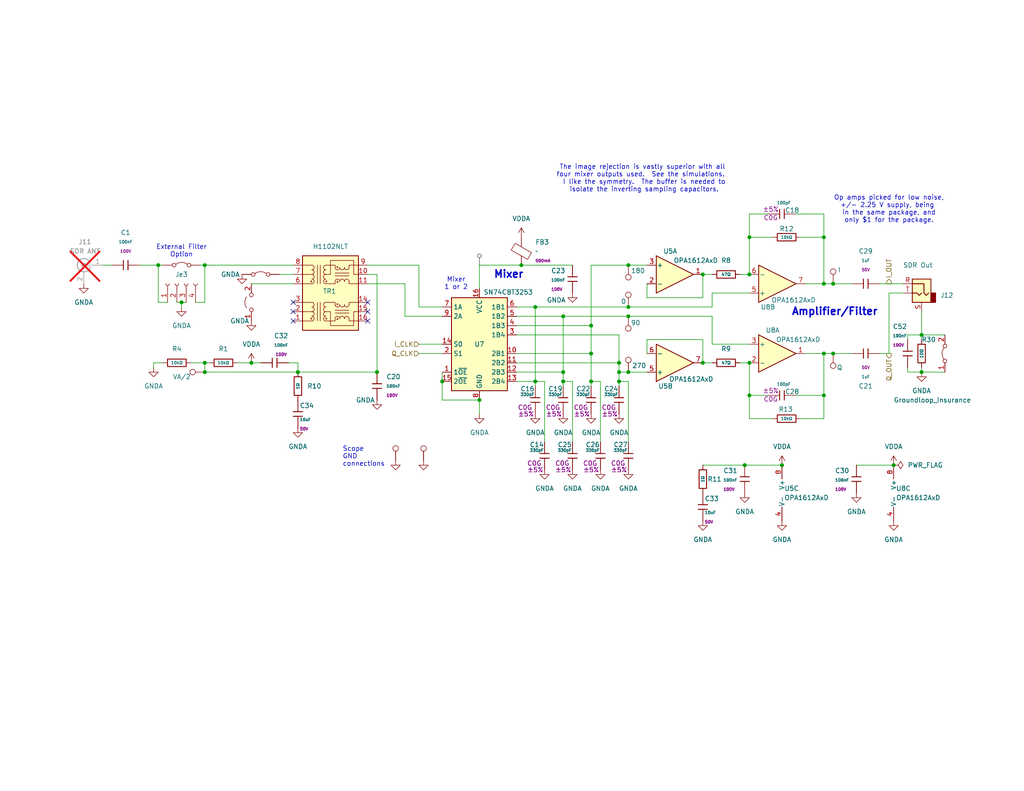
<source format=kicad_sch>
(kicad_sch (version 20250114) (generator "eeschema") (generator_version "9.0")
  (paper "USLetter")
  (title_block (date "2026-01-11") (rev "0.1"))
  (text "Mixer\n1 or 2" (at 124.46 77.47 0) (effects (font (size 1.27 1.27))))
  (text "Op amps picked for low noise,\n+/- 2.25 V supply, being \nin the same package, and\nonly $1 for the package." (at 242.57 57.15 0) (effects (font (size 1.27 1.27))))
  (text "External Filter\nOption" (at 49.53 68.58 0) (effects (font (size 1.27 1.27))))
  (text "The image rejection is vastly superior with all \nfour mixer outputs used.  See the simulations.  \nI like the symmetry.  The buffer is needed to\nisolate the inverting sampling capacitors." (at 175.768 48.768 0) (effects (font (size 1.27 1.27))))
  (text "Mixer" (at 134.62 76.2 0) (effects (font (size 2.0066 2.0066) (thickness 0.4013) (bold yes)) (justify left bottom)))
  (text "Scope \nGND\nconnections" (at 93.472 127.508 0) (effects (font (size 1.27 1.27)) (justify left bottom)))
  (text "Amplifier/Filter\n" (at 215.9 86.36 0) (effects (font (size 2.0066 2.0066) (thickness 0.4013) (bold yes)) (justify left bottom)))
  (junction (at 81.28 101.6))
  (junction (at 203.2 127))
  (junction (at 168.91 99.06))
  (junction (at 43.18 72.39))
  (junction (at 142.24 72.39))
  (junction (at 168.91 101.6))
  (junction (at 153.67 101.6))
  (junction (at 191.77 99.06))
  (junction (at 161.29 96.52))
  (junction (at 55.88 99.06))
  (junction (at 204.47 99.06))
  (junction (at 49.53 82.55))
  (junction (at 224.79 64.77))
  (junction (at 146.05 104.14))
  (junction (at 168.91 104.14))
  (junction (at 227.33 77.47))
  (junction (at 224.79 96.52))
  (junction (at 204.47 107.95))
  (junction (at 224.79 107.95))
  (junction (at 171.45 101.6))
  (junction (at 161.29 104.14))
  (junction (at 204.47 74.93))
  (junction (at 204.47 64.77))
  (junction (at 161.29 88.9))
  (junction (at 146.05 83.82))
  (junction (at 251.46 101.6))
  (junction (at 153.67 86.36))
  (junction (at 213.36 127))
  (junction (at 68.58 99.06))
  (junction (at 153.67 104.14))
  (junction (at 55.88 72.39))
  (junction (at 251.46 91.44))
  (junction (at 130.81 109.22))
  (junction (at 55.88 101.6))
  (junction (at 171.45 86.36))
  (junction (at 171.45 72.39))
  (junction (at 224.79 77.47))
  (junction (at 120.65 104.14))
  (junction (at 171.45 83.82))
  (junction (at 243.84 127))
  (junction (at 227.33 96.52))
  (junction (at 102.87 101.6))
  (junction (at 191.77 74.93))
  (no_connect (at 100.33 87.63))
  (no_connect (at 80.01 87.63))
  (no_connect (at 80.01 85.09))
  (no_connect (at 100.33 85.09))
  (no_connect (at 100.33 82.55))
  (no_connect (at 80.01 82.55))
  (wire (pts (xy 204.47 64.77) (xy 204.47 74.93)))
  (wire (pts (xy 191.77 74.93) (xy 191.77 81.28)))
  (wire (pts (xy 140.97 86.36) (xy 153.67 86.36)))
  (wire (pts (xy 100.33 77.47) (xy 110.49 77.47)))
  (wire (pts (xy 224.79 58.42) (xy 224.79 64.77)))
  (wire (pts (xy 110.49 77.47) (xy 110.49 86.36)))
  (wire (pts (xy 120.65 109.22) (xy 130.81 109.22)))
  (wire (pts (xy 191.77 99.06) (xy 194.31 99.06)))
  (wire (pts (xy 110.49 86.36) (xy 120.65 86.36)))
  (wire (pts (xy 120.65 101.6) (xy 120.65 104.14)))
  (wire (pts (xy 194.31 86.36) (xy 194.31 93.98)))
  (wire (pts (xy 204.47 107.95) (xy 204.47 114.3)))
  (wire (pts (xy 102.87 101.6) (xy 81.28 101.6)))
  (wire (pts (xy 251.46 101.6) (xy 257.81 101.6)))
  (wire (pts (xy 55.88 99.06) (xy 57.15 99.06)))
  (wire (pts (xy 247.65 92.71) (xy 247.65 91.44)))
  (wire (pts (xy 204.47 114.3) (xy 210.82 114.3)))
  (wire (pts (xy 140.97 91.44) (xy 168.91 91.44)))
  (wire (pts (xy 161.29 72.39) (xy 171.45 72.39)))
  (wire (pts (xy 204.47 64.77) (xy 204.47 58.42)))
  (wire (pts (xy 240.03 77.47) (xy 246.38 77.47)))
  (wire (pts (xy 53.34 82.55) (xy 55.88 82.55)))
  (wire (pts (xy 140.97 101.6) (xy 153.67 101.6)))
  (wire (pts (xy 224.79 107.95) (xy 224.79 114.3)))
  (wire (pts (xy 191.77 74.93) (xy 194.31 74.93)))
  (wire (pts (xy 130.81 78.74) (xy 130.81 72.39)))
  (wire (pts (xy 242.57 80.01) (xy 246.38 80.01)))
  (wire (pts (xy 45.72 82.55) (xy 43.18 82.55)))
  (wire (pts (xy 176.53 81.28) (xy 191.77 81.28)))
  (wire (pts (xy 146.05 83.82) (xy 146.05 104.14)))
  (wire (pts (xy 55.88 82.55) (xy 55.88 72.39)))
  (wire (pts (xy 171.45 101.6) (xy 176.53 101.6)))
  (wire (pts (xy 161.29 88.9) (xy 161.29 72.39)))
  (wire (pts (xy 140.97 96.52) (xy 161.29 96.52)))
  (wire (pts (xy 168.91 105.41) (xy 168.91 104.14)))
  (wire (pts (xy 140.97 104.14) (xy 146.05 104.14)))
  (wire (pts (xy 227.33 77.47) (xy 232.41 77.47)))
  (wire (pts (xy 171.45 86.36) (xy 194.31 86.36)))
  (wire (pts (xy 251.46 92.71) (xy 251.46 91.44)))
  (wire (pts (xy 153.67 101.6) (xy 153.67 104.14)))
  (wire (pts (xy 191.77 92.71) (xy 176.53 92.71)))
  (wire (pts (xy 242.57 80.01) (xy 242.57 96.52)))
  (wire (pts (xy 191.77 127) (xy 203.2 127)))
  (wire (pts (xy 68.58 77.47) (xy 80.01 77.47)))
  (wire (pts (xy 148.59 120.65) (xy 148.59 104.14)))
  (wire (pts (xy 153.67 86.36) (xy 171.45 86.36)))
  (wire (pts (xy 168.91 99.06) (xy 168.91 101.6)))
  (wire (pts (xy 100.33 74.93) (xy 102.87 74.93)))
  (wire (pts (xy 161.29 105.41) (xy 161.29 104.14)))
  (wire (pts (xy 168.91 101.6) (xy 171.45 101.6)))
  (wire (pts (xy 140.97 83.82) (xy 146.05 83.82)))
  (wire (pts (xy 227.33 96.52) (xy 232.41 96.52)))
  (wire (pts (xy 71.12 99.06) (xy 68.58 99.06)))
  (wire (pts (xy 224.79 107.95) (xy 224.79 96.52)))
  (wire (pts (xy 114.3 83.82) (xy 114.3 72.39)))
  (wire (pts (xy 217.17 107.95) (xy 224.79 107.95)))
  (wire (pts (xy 54.61 72.39) (xy 55.88 72.39)))
  (wire (pts (xy 257.81 91.44) (xy 251.46 91.44)))
  (wire (pts (xy 224.79 96.52) (xy 227.33 96.52)))
  (wire (pts (xy 156.21 120.65) (xy 156.21 104.14)))
  (wire (pts (xy 55.88 72.39) (xy 80.01 72.39)))
  (wire (pts (xy 153.67 86.36) (xy 153.67 101.6)))
  (wire (pts (xy 247.65 100.33) (xy 247.65 101.6)))
  (wire (pts (xy 251.46 100.33) (xy 251.46 101.6)))
  (wire (pts (xy 218.44 64.77) (xy 224.79 64.77)))
  (wire (pts (xy 41.91 99.06) (xy 41.91 100.33)))
  (wire (pts (xy 194.31 80.01) (xy 204.47 80.01)))
  (wire (pts (xy 120.65 83.82) (xy 114.3 83.82)))
  (wire (pts (xy 146.05 104.14) (xy 146.05 105.41)))
  (wire (pts (xy 130.81 72.39) (xy 142.24 72.39)))
  (wire (pts (xy 41.91 99.06) (xy 44.45 99.06)))
  (wire (pts (xy 204.47 107.95) (xy 209.55 107.95)))
  (wire (pts (xy 81.28 99.06) (xy 81.28 101.6)))
  (wire (pts (xy 168.91 91.44) (xy 168.91 99.06)))
  (wire (pts (xy 201.93 74.93) (xy 204.47 74.93)))
  (wire (pts (xy 247.65 91.44) (xy 251.46 91.44)))
  (wire (pts (xy 55.88 99.06) (xy 52.07 99.06)))
  (wire (pts (xy 204.47 58.42) (xy 209.55 58.42)))
  (wire (pts (xy 203.2 127) (xy 213.36 127)))
  (wire (pts (xy 168.91 104.14) (xy 171.45 104.14)))
  (wire (pts (xy 130.81 109.22) (xy 130.81 113.03)))
  (wire (pts (xy 55.88 101.6) (xy 55.88 99.06)))
  (wire (pts (xy 171.45 83.82) (xy 194.31 83.82)))
  (wire (pts (xy 171.45 120.65) (xy 171.45 104.14)))
  (wire (pts (xy 76.2 74.93) (xy 80.01 74.93)))
  (wire (pts (xy 48.26 82.55) (xy 49.53 82.55)))
  (wire (pts (xy 43.18 82.55) (xy 43.18 72.39)))
  (wire (pts (xy 146.05 83.82) (xy 171.45 83.82)))
  (wire (pts (xy 217.17 58.42) (xy 224.79 58.42)))
  (wire (pts (xy 176.53 92.71) (xy 176.53 96.52)))
  (wire (pts (xy 161.29 104.14) (xy 161.29 96.52)))
  (wire (pts (xy 148.59 104.14) (xy 146.05 104.14)))
  (wire (pts (xy 247.65 101.6) (xy 251.46 101.6)))
  (wire (pts (xy 191.77 99.06) (xy 191.77 92.71)))
  (wire (pts (xy 224.79 77.47) (xy 227.33 77.47)))
  (wire (pts (xy 27.94 72.39) (xy 30.48 72.39)))
  (wire (pts (xy 233.68 127) (xy 243.84 127)))
  (wire (pts (xy 100.33 72.39) (xy 114.3 72.39)))
  (wire (pts (xy 114.3 96.52) (xy 120.65 96.52)))
  (wire (pts (xy 194.31 83.82) (xy 194.31 80.01)))
  (wire (pts (xy 49.53 82.55) (xy 50.8 82.55)))
  (wire (pts (xy 240.03 96.52) (xy 242.57 96.52)))
  (wire (pts (xy 102.87 74.93) (xy 102.87 101.6)))
  (wire (pts (xy 251.46 85.09) (xy 251.46 91.44)))
  (wire (pts (xy 114.3 93.98) (xy 120.65 93.98)))
  (wire (pts (xy 171.45 72.39) (xy 176.53 72.39)))
  (wire (pts (xy 176.53 77.47) (xy 176.53 81.28)))
  (wire (pts (xy 140.97 88.9) (xy 161.29 88.9)))
  (wire (pts (xy 43.18 72.39) (xy 44.45 72.39)))
  (wire (pts (xy 219.71 77.47) (xy 224.79 77.47)))
  (wire (pts (xy 219.71 96.52) (xy 224.79 96.52)))
  (wire (pts (xy 120.65 104.14) (xy 120.65 109.22)))
  (wire (pts (xy 163.83 104.14) (xy 161.29 104.14)))
  (wire (pts (xy 49.53 82.55) (xy 49.53 83.82)))
  (wire (pts (xy 156.21 104.14) (xy 153.67 104.14)))
  (wire (pts (xy 194.31 93.98) (xy 204.47 93.98)))
  (wire (pts (xy 78.74 99.06) (xy 81.28 99.06)))
  (wire (pts (xy 224.79 64.77) (xy 224.79 77.47)))
  (wire (pts (xy 161.29 96.52) (xy 161.29 88.9)))
  (wire (pts (xy 201.93 99.06) (xy 204.47 99.06)))
  (wire (pts (xy 218.44 114.3) (xy 224.79 114.3)))
  (wire (pts (xy 140.97 99.06) (xy 168.91 99.06)))
  (wire (pts (xy 204.47 64.77) (xy 210.82 64.77)))
  (wire (pts (xy 163.83 120.65) (xy 163.83 104.14)))
  (wire (pts (xy 142.24 72.39) (xy 156.21 72.39)))
  (wire (pts (xy 81.28 101.6) (xy 55.88 101.6)))
  (wire (pts (xy 204.47 99.06) (xy 204.47 107.95)))
  (wire (pts (xy 168.91 104.14) (xy 168.91 101.6)))
  (wire (pts (xy 64.77 99.06) (xy 68.58 99.06)))
  (wire (pts (xy 38.1 72.39) (xy 43.18 72.39)))
  (wire (pts (xy 153.67 104.14) (xy 153.67 105.41)))
  (hierarchical_label "I_OUT" (shape output) (at 242.57 77.47 90))
  (hierarchical_label "Q_CLK" (shape input) (at 114.3 96.52 180))
  (hierarchical_label "Q_OUT" (shape output) (at 242.57 96.52 270))
  (hierarchical_label "I_CLK" (shape input) (at 114.3 93.98 180))
  (netclass_flag "" (length 2.54) (shape round) (at 130.81 72.39 0) (property "Netclass" "5V0" (effects (hide yes))))
  (symbol (lib_id "power:GNDA") (at 68.58 87.63 0) (unit 1)
    (property "Reference" "#PWR021" (effects (hide yes)))
    (property "Value" "GNDA" (at 65.405 87.63 0))
  )
  (symbol (lib_id "power:VDDA") (at 142.24 64.77 0) (unit 1)
    (property "Reference" "#PWR028" (effects (hide yes)))
    (property "Value" "VDDA" (at 142.24 59.69 0))
  )
  (symbol (lib_id "power:GNDA") (at 171.45 128.27 0) (unit 1)
    (property "Reference" "#PWR037" (effects (hide yes)))
    (property "Value" "GNDA" (at 171.45 133.35 0))
  )
  (symbol (lib_name "GND_1") (lib_id "power:GND") (at 107.95 125.73 0) (unit 1)
    (property "Reference" "#PWR025" (effects (hide yes)))
    (property "Value" "GND" (effects (hide yes)))
  )
  (symbol (lib_id "PCM_JLCPCB-Capacitors:0603,330pF") (at 146.05 109.22 0) (unit 1)
    (property "Reference" "C16" (at 141.986 106.172 0) (effects (justify left)))
    (property "Value" "330pF" (at 141.986 107.696 0) (effects (font (size 0.8 0.8)) (justify left)))
    (property "Footprint" "PCM_JLCPCB:C_0603" (effects (hide yes)))
    (property "Datasheet" "https://www.lcsc.com/datasheet/lcsc_datasheet_2304140030_Samsung-Electro-Mechanics-CL10C331JB8NNNC_C1664.pdf" (effects (hide yes)))
    (property "Description" "50V 330pF C0G ±5% 0603 Multilayer Ceramic Capacitors MLCC - SMD/SMT ROHS" (effects (hide yes)))
    (property "LCSC" "C1664" (effects (hide yes)))
    (property "Stock" "352516" (effects (hide yes)))
    (property "Price" "0.010USD" (effects (hide yes)))
    (property "Process" "SMT" (effects (hide yes)))
    (property "Minimum Qty" "20" (effects (hide yes)))
    (property "Attrition Qty" "10" (effects (hide yes)))
    (property "Class" "Basic Component" (effects (hide yes)))
    (property "Category" "Capacitors,Multilayer Ceramic Capacitors MLCC - SMD/SMT" (effects (hide yes)))
    (property "Manufacturer" "Samsung Electro-Mechanics" (effects (hide yes)))
    (property "Part" "CL10C331JB8NNNC" (effects (hide yes)))
    (property "Voltage Rated" "50V" (effects (hide yes)))
    (property "Tolerance" "±5%" (at 143.51 113.03 0))
    (property "Capacitance" "330pF" (effects (hide yes)))
    (property "Temperature Coefficient" "C0G" (at 143.256 111.252 0))
  )
  (symbol (lib_id "Connector:Conn_Coaxial") (at 22.86 72.39 0) (mirror y) (unit 1) (dnp yes)
    (property "Reference" "J11" (at 23.1774 66.04 0))
    (property "Value" "SDR ANT" (at 23.1774 68.58 0))
    (property "Footprint" "Connector_Coaxial:BNC_TEConnectivity_1478204_Vertical" (effects (hide yes)))
  )
  (symbol (lib_id "PCM_JLCPCB-Resistors:0805,10kΩ") (at 48.26 99.06 90) (unit 1)
    (property "Reference" "R4" (at 48.26 95.25 90))
    (property "Value" "10kΩ" (at 48.26 99.06 90) (effects (font (size 0.8 0.8))))
    (property "Footprint" "PCM_JLCPCB:R_0805" (effects (hide yes)))
    (property "Datasheet" "https://www.lcsc.com/datasheet/lcsc_datasheet_2411221126_UNI-ROYAL-Uniroyal-Elec-0805W8F1002T5E_C17414.pdf" (effects (hide yes)))
    (property "Description" "125mW Thick Film Resistors 150V ±100ppm/°C ±1% 10kΩ 0805 Chip Resistor - Surface Mount ROHS" (effects (hide yes)))
    (property "LCSC" "C17414" (effects (hide yes)))
    (property "Stock" "12301172" (effects (hide yes)))
    (property "Price" "0.005USD" (effects (hide yes)))
    (property "Process" "SMT" (effects (hide yes)))
    (property "Minimum Qty" "20" (effects (hide yes)))
    (property "Attrition Qty" "10" (effects (hide yes)))
    (property "Class" "Basic Component" (effects (hide yes)))
    (property "Category" "Resistors,Chip Resistor - Surface Mount" (effects (hide yes)))
    (property "Manufacturer" "UNI-ROYAL(Uniroyal Elec)" (effects (hide yes)))
    (property "Part" "0805W8F1002T5E" (effects (hide yes)))
    (property "Resistance" "10kΩ" (effects (hide yes)))
    (property "Power(Watts)" "125mW" (effects (hide yes)))
    (property "Type" "Thick Film Resistors" (effects (hide yes)))
    (property "Overload Voltage (Max)" "150V" (effects (hide yes)))
    (property "Operating Temperature Range" "-55°C~+155°C" (effects (hide yes)))
    (property "Tolerance" "±1%" (effects (hide yes)))
    (property "Temperature Coefficient" "±100ppm/°C" (effects (hide yes)))
  )
  (symbol (lib_id "Connector:TestPoint") (at 55.88 101.6 90) (unit 1)
    (property "Reference" "TP11" (effects (hide yes)))
    (property "Value" "VA/2" (at 52.07 102.87 90) (effects (justify left)))
    (property "Footprint" "TestPoint:TestPoint_THTPad_D1.5mm_Drill0.7mm" (effects (hide yes)))
  )
  (symbol (lib_id "Connector:TestPoint") (at 227.33 77.47 0) (unit 1)
    (property "Reference" "TP17" (effects (hide yes)))
    (property "Value" "I" (at 228.6 73.66 0) (effects (justify left)))
    (property "Footprint" "TestPoint:TestPoint_THTPad_D1.5mm_Drill0.7mm" (effects (hide yes)))
  )
  (symbol (lib_id "power:GNDA") (at 213.36 142.24 0) (unit 1)
    (property "Reference" "#PWR041" (effects (hide yes)))
    (property "Value" "GNDA" (at 213.36 147.32 0))
  )
  (symbol (lib_id "PCM_JLCPCB-Capacitors:0805,100nF") (at 233.68 130.81 180) (unit 1)
    (property "Reference" "C30" (at 227.838 128.5239 0) (effects (justify right)))
    (property "Value" "100nF" (at 227.838 131.064 0) (effects (font (size 0.8 0.8)) (justify right)))
    (property "Footprint" "PCM_JLCPCB:C_0805" (effects (hide yes)))
    (property "Datasheet" "https://www.lcsc.com/datasheet/lcsc_datasheet_2304140030_Samsung-Electro-Mechanics-CL21B104KCFNNNE_C28233.pdf" (effects (hide yes)))
    (property "Description" "100V 100nF X7R ±10% 0805 Multilayer Ceramic Capacitors MLCC - SMD/SMT ROHS" (effects (hide yes)))
    (property "LCSC" "C28233" (effects (hide yes)))
    (property "Stock" "1168020" (effects (hide yes)))
    (property "Price" "0.009USD" (effects (hide yes)))
    (property "Process" "SMT" (effects (hide yes)))
    (property "Minimum Qty" "20" (effects (hide yes)))
    (property "Attrition Qty" "10" (effects (hide yes)))
    (property "Class" "Basic Component" (effects (hide yes)))
    (property "Category" "Capacitors,Multilayer Ceramic Capacitors MLCC - SMD/SMT" (effects (hide yes)))
    (property "Manufacturer" "Samsung Electro-Mechanics" (effects (hide yes)))
    (property "Part" "CL21B104KCFNNNE" (effects (hide yes)))
    (property "Voltage Rated" "100V" (at 227.838 133.604 0) (effects (font (size 0.8 0.8)) (justify right)))
    (property "Tolerance" "±10%" (effects (hide yes)))
    (property "Capacitance" "100nF" (effects (hide yes)))
    (property "Temperature Coefficient" "X7R" (effects (hide yes)))
  )
  (symbol (lib_id "power:VDDA") (at 213.36 127 0) (unit 1)
    (property "Reference" "#PWR040" (effects (hide yes)))
    (property "Value" "VDDA" (at 213.36 121.92 0))
  )
  (symbol (lib_id "power:GNDA") (at 156.21 80.01 0) (unit 1)
    (property "Reference" "#PWR032" (effects (hide yes)))
    (property "Value" "GNDA" (at 151.765 81.915 0))
  )
  (symbol (lib_id "Transformer:PT61017PEL") (at 90.17 80.01 0) (unit 1)
    (property "Reference" "TR1" (at 89.916 79.502 0))
    (property "Value" "H1102NLT" (at 90.17 67.31 0))
    (property "Footprint" "Intro_to_CAD:XFMR_H1102NLT" (effects (hide yes)))
    (property "Datasheet" "https://jlcpcb.com/api/file/downloadByFileSystemAccessId/8590909348199538688" (effects (hide yes)))
    (property "Description" "Ethernet LAN 10/100 Base-Tx Transformer with Center Taps" (effects (hide yes)))
    (property "LCSC" "C20623173" (effects (hide yes)))
  )
  (symbol (lib_id "PCM_JLCPCB-Resistors:0805,47Ω") (at 198.12 74.93 90) (unit 1)
    (property "Reference" "R8" (at 198.12 71.12 90))
    (property "Value" "47Ω" (at 198.12 74.93 90) (effects (font (size 0.8 0.8))))
    (property "Footprint" "PCM_JLCPCB:R_0805" (effects (hide yes)))
    (property "Datasheet" "https://www.lcsc.com/datasheet/lcsc_datasheet_2206010200_UNI-ROYAL-Uniroyal-Elec-0805W8F470JT5E_C17714.pdf" (effects (hide yes)))
    (property "Description" "125mW Thick Film Resistors 150V ±1% ±200ppm/°C 47Ω 0805 Chip Resistor - Surface Mount ROHS" (effects (hide yes)))
    (property "LCSC" "C17714" (effects (hide yes)))
    (property "Stock" "284364" (effects (hide yes)))
    (property "Price" "0.005USD" (effects (hide yes)))
    (property "Process" "SMT" (effects (hide yes)))
    (property "Minimum Qty" "20" (effects (hide yes)))
    (property "Attrition Qty" "10" (effects (hide yes)))
    (property "Class" "Basic Component" (effects (hide yes)))
    (property "Category" "Resistors,Chip Resistor - Surface Mount" (effects (hide yes)))
    (property "Manufacturer" "UNI-ROYAL(Uniroyal Elec)" (effects (hide yes)))
    (property "Part" "0805W8F470JT5E" (effects (hide yes)))
    (property "Resistance" "47Ω" (effects (hide yes)))
    (property "Power(Watts)" "125mW" (effects (hide yes)))
    (property "Type" "Thick Film Resistors" (effects (hide yes)))
    (property "Overload Voltage (Max)" "150V" (effects (hide yes)))
    (property "Operating Temperature Range" "-55°C~+155°C" (effects (hide yes)))
    (property "Tolerance" "±1%" (effects (hide yes)))
    (property "Temperature Coefficient" "±200ppm/°C" (effects (hide yes)))
  )
  (symbol (lib_id "PCM_JLCPCB-Capacitors:0805,100nF") (at 74.93 99.06 90) (unit 1)
    (property "Reference" "C32" (at 76.708 91.694 90))
    (property "Value" "100nF" (at 76.708 94.234 90) (effects (font (size 0.8 0.8))))
    (property "Footprint" "PCM_JLCPCB:C_0805" (effects (hide yes)))
    (property "Datasheet" "https://www.lcsc.com/datasheet/lcsc_datasheet_2304140030_Samsung-Electro-Mechanics-CL21B104KCFNNNE_C28233.pdf" (effects (hide yes)))
    (property "Description" "100V 100nF X7R ±10% 0805 Multilayer Ceramic Capacitors MLCC - SMD/SMT ROHS" (effects (hide yes)))
    (property "LCSC" "C28233" (effects (hide yes)))
    (property "Stock" "1168020" (effects (hide yes)))
    (property "Price" "0.009USD" (effects (hide yes)))
    (property "Process" "SMT" (effects (hide yes)))
    (property "Minimum Qty" "20" (effects (hide yes)))
    (property "Attrition Qty" "10" (effects (hide yes)))
    (property "Class" "Basic Component" (effects (hide yes)))
    (property "Category" "Capacitors,Multilayer Ceramic Capacitors MLCC - SMD/SMT" (effects (hide yes)))
    (property "Manufacturer" "Samsung Electro-Mechanics" (effects (hide yes)))
    (property "Part" "CL21B104KCFNNNE" (effects (hide yes)))
    (property "Voltage Rated" "100V" (at 76.708 96.774 90) (effects (font (size 0.8 0.8))))
    (property "Tolerance" "±10%" (effects (hide yes)))
    (property "Capacitance" "100nF" (effects (hide yes)))
    (property "Temperature Coefficient" "X7R" (effects (hide yes)))
  )
  (symbol (lib_id "power:VDDA") (at 68.58 99.06 0) (unit 1)
    (property "Reference" "#PWR022" (effects (hide yes)))
    (property "Value" "VDDA" (at 68.58 93.98 0))
  )
  (symbol (lib_id "PCM_JLCPCB-Capacitors:0603,330pF") (at 153.67 109.22 0) (unit 1)
    (property "Reference" "C19" (at 149.606 106.172 0) (effects (justify left)))
    (property "Value" "330pF" (at 149.606 107.696 0) (effects (font (size 0.8 0.8)) (justify left)))
    (property "Footprint" "PCM_JLCPCB:C_0603" (effects (hide yes)))
    (property "Datasheet" "https://www.lcsc.com/datasheet/lcsc_datasheet_2304140030_Samsung-Electro-Mechanics-CL10C331JB8NNNC_C1664.pdf" (effects (hide yes)))
    (property "Description" "50V 330pF C0G ±5% 0603 Multilayer Ceramic Capacitors MLCC - SMD/SMT ROHS" (effects (hide yes)))
    (property "LCSC" "C1664" (effects (hide yes)))
    (property "Stock" "352516" (effects (hide yes)))
    (property "Price" "0.010USD" (effects (hide yes)))
    (property "Process" "SMT" (effects (hide yes)))
    (property "Minimum Qty" "20" (effects (hide yes)))
    (property "Attrition Qty" "10" (effects (hide yes)))
    (property "Class" "Basic Component" (effects (hide yes)))
    (property "Category" "Capacitors,Multilayer Ceramic Capacitors MLCC - SMD/SMT" (effects (hide yes)))
    (property "Manufacturer" "Samsung Electro-Mechanics" (effects (hide yes)))
    (property "Part" "CL10C331JB8NNNC" (effects (hide yes)))
    (property "Voltage Rated" "50V" (effects (hide yes)))
    (property "Tolerance" "±5%" (at 151.13 113.03 0))
    (property "Capacitance" "330pF" (effects (hide yes)))
    (property "Temperature Coefficient" "C0G" (at 150.876 111.252 0))
  )
  (symbol (lib_id "power:GNDA") (at 148.59 128.27 0) (unit 1)
    (property "Reference" "#PWR030" (effects (hide yes)))
    (property "Value" "GNDA" (at 148.59 133.35 0))
  )
  (symbol (lib_id "PCM_JLCPCB-Resistors:0805,10kΩ") (at 214.63 114.3 90) (unit 1)
    (property "Reference" "R13" (at 214.376 111.76 90))
    (property "Value" "10kΩ" (at 214.63 114.3 90) (effects (font (size 0.8 0.8))))
    (property "Footprint" "PCM_JLCPCB:R_0805" (effects (hide yes)))
    (property "Datasheet" "https://www.lcsc.com/datasheet/lcsc_datasheet_2411221126_UNI-ROYAL-Uniroyal-Elec-0805W8F1002T5E_C17414.pdf" (effects (hide yes)))
    (property "Description" "125mW Thick Film Resistors 150V ±100ppm/°C ±1% 10kΩ 0805 Chip Resistor - Surface Mount ROHS" (effects (hide yes)))
    (property "LCSC" "C17414" (effects (hide yes)))
    (property "Stock" "12301172" (effects (hide yes)))
    (property "Price" "0.005USD" (effects (hide yes)))
    (property "Process" "SMT" (effects (hide yes)))
    (property "Minimum Qty" "20" (effects (hide yes)))
    (property "Attrition Qty" "10" (effects (hide yes)))
    (property "Class" "Basic Component" (effects (hide yes)))
    (property "Category" "Resistors,Chip Resistor - Surface Mount" (effects (hide yes)))
    (property "Manufacturer" "UNI-ROYAL(Uniroyal Elec)" (effects (hide yes)))
    (property "Part" "0805W8F1002T5E" (effects (hide yes)))
    (property "Resistance" "10kΩ" (effects (hide yes)))
    (property "Power(Watts)" "125mW" (effects (hide yes)))
    (property "Type" "Thick Film Resistors" (effects (hide yes)))
    (property "Overload Voltage (Max)" "150V" (effects (hide yes)))
    (property "Operating Temperature Range" "-55°C~+155°C" (effects (hide yes)))
    (property "Tolerance" "±1%" (effects (hide yes)))
    (property "Temperature Coefficient" "±100ppm/°C" (effects (hide yes)))
  )
  (symbol (lib_id "PCM_JLCPCB-Capacitors:0805,100nF") (at 247.65 96.52 180) (unit 1)
    (property "Reference" "C52" (at 243.586 89.1539 0) (effects (justify right)))
    (property "Value" "100nF" (at 243.586 91.694 0) (effects (font (size 0.8 0.8)) (justify right)))
    (property "Footprint" "PCM_JLCPCB:C_0805" (effects (hide yes)))
    (property "Datasheet" "https://www.lcsc.com/datasheet/lcsc_datasheet_2304140030_Samsung-Electro-Mechanics-CL21B104KCFNNNE_C28233.pdf" (effects (hide yes)))
    (property "Description" "100V 100nF X7R ±10% 0805 Multilayer Ceramic Capacitors MLCC - SMD/SMT ROHS" (effects (hide yes)))
    (property "LCSC" "C28233" (effects (hide yes)))
    (property "Stock" "1168020" (effects (hide yes)))
    (property "Price" "0.009USD" (effects (hide yes)))
    (property "Process" "SMT" (effects (hide yes)))
    (property "Minimum Qty" "20" (effects (hide yes)))
    (property "Attrition Qty" "10" (effects (hide yes)))
    (property "Class" "Basic Component" (effects (hide yes)))
    (property "Category" "Capacitors,Multilayer Ceramic Capacitors MLCC - SMD/SMT" (effects (hide yes)))
    (property "Manufacturer" "Samsung Electro-Mechanics" (effects (hide yes)))
    (property "Part" "CL21B104KCFNNNE" (effects (hide yes)))
    (property "Voltage Rated" "100V" (at 243.586 94.234 0) (effects (font (size 0.8 0.8)) (justify right)))
    (property "Tolerance" "±10%" (effects (hide yes)))
    (property "Capacitance" "100nF" (effects (hide yes)))
    (property "Temperature Coefficient" "X7R" (effects (hide yes)))
  )
  (symbol (lib_id "PCM_JLCPCB-Capacitors:1206,10uF") (at 81.28 113.03 0) (unit 1)
    (property "Reference" "C34" (at 81.788 110.744 0) (effects (justify left)))
    (property "Value" "10uF" (at 81.788 114.554 0) (effects (font (size 0.8 0.8)) (justify left)))
    (property "Footprint" "PCM_JLCPCB:C_1206" (effects (hide yes)))
    (property "Datasheet" "https://www.lcsc.com/datasheet/lcsc_datasheet_2304140030_Samsung-Electro-Mechanics-CL31A106KBHNNNE_C13585.pdf" (effects (hide yes)))
    (property "Description" "50V 10uF X5R ±10% 1206 Multilayer Ceramic Capacitors MLCC - SMD/SMT ROHS" (effects (hide yes)))
    (property "LCSC" "C13585" (effects (hide yes)))
    (property "Stock" "3698334" (effects (hide yes)))
    (property "Price" "0.035USD" (effects (hide yes)))
    (property "Process" "SMT" (effects (hide yes)))
    (property "Minimum Qty" "5" (effects (hide yes)))
    (property "Attrition Qty" "4" (effects (hide yes)))
    (property "Class" "Basic Component" (effects (hide yes)))
    (property "Category" "Capacitors,Multilayer Ceramic Capacitors MLCC - SMD/SMT" (effects (hide yes)))
    (property "Manufacturer" "Samsung Electro-Mechanics" (effects (hide yes)))
    (property "Part" "CL31A106KBHNNNE" (effects (hide yes)))
    (property "Voltage Rated" "50V" (at 81.788 117.094 0) (effects (font (size 0.8 0.8)) (justify left)))
    (property "Tolerance" "±10%" (effects (hide yes)))
    (property "Capacitance" "10uF" (effects (hide yes)))
    (property "Temperature Coefficient" "X5R" (effects (hide yes)))
  )
  (symbol (lib_id "power:GNDA") (at 233.68 134.62 0) (unit 1)
    (property "Reference" "#PWR042" (effects (hide yes)))
    (property "Value" "GNDA" (at 233.68 139.7 0))
  )
  (symbol (lib_id "Jumper:Jumper_2_Bridged") (at 49.53 72.39 0) (unit 1) (exclude_from_sim yes)
    (property "Reference" "JP86" (effects (hide yes)))
    (property "Value" "Jumper_2_Bridged" (effects (hide yes)))
    (property "Footprint" "Jumper:SolderJumper-2_P1.3mm_Bridged2Bar_RoundedPad1.0x1.5mm" (effects (hide yes)))
    (property "Description" "Jumper, 2-pole, closed/bridged" (effects (hide yes)))
  )
  (symbol (lib_id "power:GNDA") (at 203.2 134.62 0) (unit 1)
    (property "Reference" "#PWR039" (effects (hide yes)))
    (property "Value" "GNDA" (at 203.2 139.7 0))
  )
  (symbol (lib_id "Jumper:Jumper_2_Open") (at 68.58 82.55 90) (unit 1)
    (property "Reference" "JP88" (effects (hide yes)))
    (property "Value" "GND_LP_SND" (effects (hide yes)))
    (property "Footprint" "Jumper:SolderJumper-2_P1.3mm_Open_RoundedPad1.0x1.5mm" (effects (hide yes)))
  )
  (symbol (lib_id "Connector_Audio:AudioJack2_Ground") (at 251.46 80.01 0) (mirror y) (unit 1)
    (property "Reference" "J12" (at 256.54 80.645 0) (effects (justify right)))
    (property "Value" "SDR Out" (at 246.38 72.39 0) (effects (justify right)))
    (property "Footprint" "Intro_to_CAD:Jack_3.5mm_CUI_SJ-3523-SMT_Horizontal" (effects (hide yes)))
    (property "Datasheet" "https://www.lcsc.com/datasheet/lcsc_datasheet_1811132022_BOOMELE-Boom-Precision-Elec-PJ-320B_C18594.pdf" (effects (hide yes)))
    (property "LCSC" "C18594" (effects (hide yes)))
  )
  (symbol (lib_id "Connector:TestPoint") (at 171.45 83.82 0) (unit 1)
    (property "Reference" "TP14" (effects (hide yes)))
    (property "Value" "0" (at 169.418 82.296 0) (effects (justify left)))
    (property "Footprint" "TestPoint:TestPoint_THTPad_D1.5mm_Drill0.7mm" (effects (hide yes)))
  )
  (symbol (lib_id "PCM_JLCPCB-Capacitors:0805,100nF") (at 102.87 105.41 180) (unit 1)
    (property "Reference" "C20" (at 105.41 102.8699 0) (effects (justify right)))
    (property "Value" "100nF" (at 105.41 105.41 0) (effects (font (size 0.8 0.8)) (justify right)))
    (property "Footprint" "PCM_JLCPCB:C_0805" (effects (hide yes)))
    (property "Datasheet" "https://www.lcsc.com/datasheet/lcsc_datasheet_2304140030_Samsung-Electro-Mechanics-CL21B104KCFNNNE_C28233.pdf" (effects (hide yes)))
    (property "Description" "100V 100nF X7R ±10% 0805 Multilayer Ceramic Capacitors MLCC - SMD/SMT ROHS" (effects (hide yes)))
    (property "LCSC" "C28233" (effects (hide yes)))
    (property "Stock" "1168020" (effects (hide yes)))
    (property "Price" "0.009USD" (effects (hide yes)))
    (property "Process" "SMT" (effects (hide yes)))
    (property "Minimum Qty" "20" (effects (hide yes)))
    (property "Attrition Qty" "10" (effects (hide yes)))
    (property "Class" "Basic Component" (effects (hide yes)))
    (property "Category" "Capacitors,Multilayer Ceramic Capacitors MLCC - SMD/SMT" (effects (hide yes)))
    (property "Manufacturer" "Samsung Electro-Mechanics" (effects (hide yes)))
    (property "Part" "CL21B104KCFNNNE" (effects (hide yes)))
    (property "Voltage Rated" "100V" (at 105.41 107.95 0) (effects (font (size 0.8 0.8)) (justify right)))
    (property "Tolerance" "±10%" (effects (hide yes)))
    (property "Capacitance" "100nF" (effects (hide yes)))
    (property "Temperature Coefficient" "X7R" (effects (hide yes)))
  )
  (symbol (lib_id "PCM_JLCPCB-Capacitors:0805,1uF") (at 236.22 96.52 270) (unit 1)
    (property "Reference" "C21" (at 236.22 105.41 90))
    (property "Value" "1uF" (at 236.22 102.87 90) (effects (font (size 0.8 0.8))))
    (property "Footprint" "PCM_JLCPCB:C_0805" (effects (hide yes)))
    (property "Datasheet" "https://www.lcsc.com/datasheet/lcsc_datasheet_2304140030_Samsung-Electro-Mechanics-CL21B105KBFNNNE_C28323.pdf" (effects (hide yes)))
    (property "Description" "50V 1uF X7R ±10% 0805 Multilayer Ceramic Capacitors MLCC - SMD/SMT ROHS" (effects (hide yes)))
    (property "LCSC" "C28323" (effects (hide yes)))
    (property "Stock" "4334256" (effects (hide yes)))
    (property "Price" "0.012USD" (effects (hide yes)))
    (property "Process" "SMT" (effects (hide yes)))
    (property "Minimum Qty" "20" (effects (hide yes)))
    (property "Attrition Qty" "10" (effects (hide yes)))
    (property "Class" "Basic Component" (effects (hide yes)))
    (property "Category" "Capacitors,Multilayer Ceramic Capacitors MLCC - SMD/SMT" (effects (hide yes)))
    (property "Manufacturer" "Samsung Electro-Mechanics" (effects (hide yes)))
    (property "Part" "CL21B105KBFNNNE" (effects (hide yes)))
    (property "Voltage Rated" "50V" (at 236.22 100.33 90) (effects (font (size 0.8 0.8))))
    (property "Tolerance" "±10%" (effects (hide yes)))
    (property "Capacitance" "1uF" (effects (hide yes)))
    (property "Temperature Coefficient" "X7R" (effects (hide yes)))
  )
  (symbol (lib_name "GND_1") (lib_id "power:GND") (at 115.57 125.73 0) (unit 1)
    (property "Reference" "#PWR026" (effects (hide yes)))
    (property "Value" "GND" (effects (hide yes)))
  )
  (symbol (lib_id "Amplifier_Operational:OPA1612AxD") (at 215.9 134.62 0) (unit 3)
    (property "Reference" "U5" (at 213.995 133.3499 0) (effects (justify left)))
    (property "Value" "OPA1612AxD" (at 213.995 135.8899 0) (effects (justify left)))
    (property "Footprint" "Package_SO:SOIC-8_3.9x4.9mm_P1.27mm" (effects (hide yes)))
    (property "Datasheet" "http://www.ti.com/lit/ds/symlink/opa1612.pdf" (effects (hide yes)))
    (property "Description" "Dual SoundPlus High Performance, Bipolar-Input Audio Operational Amplifiers, SOIC-8" (effects (hide yes)))
    (property "LCSC" "C94590" (effects (hide yes)))
    (property "JLC" "Extended" (effects (hide yes)))
    (property "JLCPCB Rotation Offset" "-90" (effects (hide yes)))
  )
  (symbol (lib_id "PCM_JLCPCB-Capacitors:0603,330pF") (at 161.29 109.22 0) (unit 1)
    (property "Reference" "C22" (at 157.226 106.172 0) (effects (justify left)))
    (property "Value" "330pF" (at 157.226 107.696 0) (effects (font (size 0.8 0.8)) (justify left)))
    (property "Footprint" "PCM_JLCPCB:C_0603" (effects (hide yes)))
    (property "Datasheet" "https://www.lcsc.com/datasheet/lcsc_datasheet_2304140030_Samsung-Electro-Mechanics-CL10C331JB8NNNC_C1664.pdf" (effects (hide yes)))
    (property "Description" "50V 330pF C0G ±5% 0603 Multilayer Ceramic Capacitors MLCC - SMD/SMT ROHS" (effects (hide yes)))
    (property "LCSC" "C1664" (effects (hide yes)))
    (property "Stock" "352516" (effects (hide yes)))
    (property "Price" "0.010USD" (effects (hide yes)))
    (property "Process" "SMT" (effects (hide yes)))
    (property "Minimum Qty" "20" (effects (hide yes)))
    (property "Attrition Qty" "10" (effects (hide yes)))
    (property "Class" "Basic Component" (effects (hide yes)))
    (property "Category" "Capacitors,Multilayer Ceramic Capacitors MLCC - SMD/SMT" (effects (hide yes)))
    (property "Manufacturer" "Samsung Electro-Mechanics" (effects (hide yes)))
    (property "Part" "CL10C331JB8NNNC" (effects (hide yes)))
    (property "Voltage Rated" "50V" (effects (hide yes)))
    (property "Tolerance" "±5%" (at 158.75 113.03 0))
    (property "Capacitance" "330pF" (effects (hide yes)))
    (property "Temperature Coefficient" "C0G" (at 158.496 111.252 0))
  )
  (symbol (lib_id "Connector:TestPoint") (at 171.45 101.6 0) (unit 1)
    (property "Reference" "TP7" (effects (hide yes)))
    (property "Value" "270" (at 172.466 99.822 0) (effects (justify left)))
    (property "Footprint" "TestPoint:TestPoint_THTPad_D1.5mm_Drill0.7mm" (effects (hide yes)))
  )
  (symbol (lib_id "power:GNDA") (at 130.81 113.03 0) (unit 1)
    (property "Reference" "#PWR027" (effects (hide yes)))
    (property "Value" "GNDA" (at 130.81 118.11 0))
  )
  (symbol (lib_id "Analog_Switch:SN74CBT3253") (at 130.81 93.98 0) (unit 1)
    (property "Reference" "U7" (at 130.81 93.98 0))
    (property "Value" "SN74CBT3253" (at 138.684 79.756 0))
    (property "Footprint" "Package_SO:SSOP-16_3.9x4.9mm_P0.635mm" (effects (hide yes)))
    (property "Datasheet" "https://jlcpcb.com/api/file/downloadByFileSystemAccessId/8588924046305714177" (effects (hide yes)))
    (property "LCSC" "C2674583" (effects (hide yes)))
    (property "JLC" "Extended" (effects (hide yes)))
    (property "JLCPCB Rotation Offset" "0" (effects (hide yes)))
  )
  (symbol (lib_id "PCM_JLCPCB-Resistors:0603,10Ω") (at 251.46 96.52 0) (unit 1)
    (property "Reference" "R30" (at 251.46 92.71 0) (effects (justify left)))
    (property "Value" "10Ω" (at 251.46 96.52 90) (effects (font (size 0.8 0.8))))
    (property "Footprint" "PCM_JLCPCB:R_0603" (effects (hide yes)))
    (property "Datasheet" "https://www.lcsc.com/datasheet/lcsc_datasheet_2206010130_UNI-ROYAL-Uniroyal-Elec-0603WAF100JT5E_C22859.pdf" (effects (hide yes)))
    (property "Description" "100mW Thick Film Resistors 75V ±1% ±400ppm/°C 10Ω 0603 Chip Resistor - Surface Mount ROHS" (effects (hide yes)))
    (property "LCSC" "C22859" (effects (hide yes)))
    (property "Stock" "5764851" (effects (hide yes)))
    (property "Price" "0.004USD" (effects (hide yes)))
    (property "Process" "SMT" (effects (hide yes)))
    (property "Minimum Qty" "20" (effects (hide yes)))
    (property "Attrition Qty" "10" (effects (hide yes)))
    (property "Class" "Basic Component" (effects (hide yes)))
    (property "Category" "Resistors,Chip Resistor - Surface Mount" (effects (hide yes)))
    (property "Manufacturer" "UNI-ROYAL(Uniroyal Elec)" (effects (hide yes)))
    (property "Part" "0603WAF100JT5E" (effects (hide yes)))
    (property "Resistance" "10Ω" (effects (hide yes)))
    (property "Power(Watts)" "100mW" (effects (hide yes)))
    (property "Type" "Thick Film Resistors" (effects (hide yes)))
    (property "Overload Voltage (Max)" "75V" (effects (hide yes)))
    (property "Operating Temperature Range" "-55°C~+155°C" (effects (hide yes)))
    (property "Tolerance" "±1%" (effects (hide yes)))
    (property "Temperature Coefficient" "±400ppm/°C" (effects (hide yes)))
  )
  (symbol (lib_id "PCM_JLCPCB-Resistors:0805,1Ω") (at 81.28 105.41 0) (unit 1)
    (property "Reference" "R10" (at 83.82 105.4099 0) (effects (justify left)))
    (property "Value" "1Ω" (at 81.28 105.41 90) (effects (font (size 0.8 0.8))))
    (property "Footprint" "PCM_JLCPCB:R_0805" (effects (hide yes)))
    (property "Datasheet" "https://www.lcsc.com/datasheet/lcsc_datasheet_2205311845_UNI-ROYAL-Uniroyal-Elec-0805W8F100KT5E_C25271.pdf" (effects (hide yes)))
    (property "Description" "125mW Thick Film Resistors 150V ±1% ±400ppm/°C 1Ω 0805 Chip Resistor - Surface Mount ROHS" (effects (hide yes)))
    (property "LCSC" "C25271" (effects (hide yes)))
    (property "Stock" "413540" (effects (hide yes)))
    (property "Price" "0.006USD" (effects (hide yes)))
    (property "Process" "SMT" (effects (hide yes)))
    (property "Minimum Qty" "20" (effects (hide yes)))
    (property "Attrition Qty" "10" (effects (hide yes)))
    (property "Class" "Basic Component" (effects (hide yes)))
    (property "Category" "Resistors,Chip Resistor - Surface Mount" (effects (hide yes)))
    (property "Manufacturer" "UNI-ROYAL(Uniroyal Elec)" (effects (hide yes)))
    (property "Part" "0805W8F100KT5E" (effects (hide yes)))
    (property "Resistance" "1Ω" (effects (hide yes)))
    (property "Power(Watts)" "125mW" (effects (hide yes)))
    (property "Type" "Thick Film Resistors" (effects (hide yes)))
    (property "Overload Voltage (Max)" "150V" (effects (hide yes)))
    (property "Operating Temperature Range" "-55°C~+155°C" (effects (hide yes)))
    (property "Tolerance" "±1%" (effects (hide yes)))
    (property "Temperature Coefficient" "±400ppm/°C" (effects (hide yes)))
  )
  (symbol (lib_id "Connector:Conn_01x04_Socket") (at 48.26 77.47 90) (unit 1)
    (property "Reference" "Je3" (at 49.53 74.93 90))
    (property "Value" "Filter" (effects (hide yes)))
    (property "Footprint" "Connector_PinHeader_2.54mm:PinHeader_1x04_P2.54mm_Vertical" (effects (hide yes)))
    (property "Datasheet" "https://opencoursehub.cs.sfu.ca/bfraser/grav-cms/cmpt433/links/files/2022-student-howtos/RCWL-1601UltrasonicDistanceSensor.pdf" (effects (hide yes)))
    (property "Description" "Generic connector, single row, 01x04, script generated" (effects (hide yes)))
    (property "LCSC" "C2718488" (effects (hide yes)))
  )
  (symbol (lib_id "PCM_JLCPCB-Inductors:Ferrite,0805,(2)") (at 142.24 68.58 180) (unit 1)
    (property "Reference" "FB3" (at 146.05 66.0907 0) (effects (justify right)))
    (property "Value" "~" (at 146.05 68.6308 0) (effects (font (size 0.8 0.8)) (justify right)))
    (property "Footprint" "PCM_JLCPCB:FB_0805" (effects (hide yes)))
    (property "Datasheet" "https://www.lcsc.com/datasheet/lcsc_datasheet_2310301640_Sunlord-GZ2012D601TF_C1017.pdf" (effects (hide yes)))
    (property "Description" "300mΩ ±25% 600Ω@100MHz 0805 Ferrite Beads ROHS" (effects (hide yes)))
    (property "LCSC" "C1017" (effects (hide yes)))
    (property "Stock" "519189" (effects (hide yes)))
    (property "Price" "0.016USD" (effects (hide yes)))
    (property "Process" "SMT" (effects (hide yes)))
    (property "Minimum Qty" "20" (effects (hide yes)))
    (property "Attrition Qty" "10" (effects (hide yes)))
    (property "Class" "Basic Component" (effects (hide yes)))
    (property "Category" "Filters/EMI Optimization,Ferrite Beads" (effects (hide yes)))
    (property "Manufacturer" "Sunlord" (effects (hide yes)))
    (property "Part" "GZ2012D601TF" (effects (hide yes)))
    (property "DC Resistance" "300mΩ" (effects (hide yes)))
    (property "Impedance @ Frequency" "600Ω@100MHz" (effects (hide yes)))
    (property "Circuits" "1" (effects (hide yes)))
    (property "Current Rating" "500mA" (at 146.05 71.1708 0) (effects (font (size 0.8 0.8)) (justify right)))
    (property "Tolerance" "±25%" (effects (hide yes)))
  )
  (symbol (lib_id "PCM_JLCPCB-Capacitors:0805,100pF") (at 213.36 58.42 90) (unit 1)
    (property "Reference" "C18" (at 216.154 57.404 90))
    (property "Value" "100pF" (at 213.868 55.372 90) (effects (font (size 0.8 0.8))))
    (property "Footprint" "PCM_JLCPCB:C_0805" (effects (hide yes)))
    (property "Datasheet" "https://www.lcsc.com/datasheet/lcsc_datasheet_2304140030_Samsung-Electro-Mechanics-CL21C101JBANNNC_C1790.pdf" (effects (hide yes)))
    (property "Description" "50V 100pF C0G ±5% 0805 Multilayer Ceramic Capacitors MLCC - SMD/SMT ROHS" (effects (hide yes)))
    (property "LCSC" "C1790" (effects (hide yes)))
    (property "Stock" "479585" (effects (hide yes)))
    (property "Price" "0.011USD" (effects (hide yes)))
    (property "Process" "SMT" (effects (hide yes)))
    (property "Minimum Qty" "20" (effects (hide yes)))
    (property "Attrition Qty" "10" (effects (hide yes)))
    (property "Class" "Basic Component" (effects (hide yes)))
    (property "Category" "Capacitors,Multilayer Ceramic Capacitors MLCC - SMD/SMT" (effects (hide yes)))
    (property "Manufacturer" "Samsung Electro-Mechanics" (effects (hide yes)))
    (property "Part" "CL21C101JBANNNC" (effects (hide yes)))
    (property "Voltage Rated" "50V" (effects (hide yes)))
    (property "Tolerance" "±5%" (at 210.312 57.15 90))
    (property "Capacitance" "100pF" (effects (hide yes)))
    (property "Temperature Coefficient" "C0G" (at 210.312 59.436 90))
  )
  (symbol (lib_id "power:GNDA") (at 41.91 100.33 0) (unit 1)
    (property "Reference" "#PWR018" (effects (hide yes)))
    (property "Value" "GNDA" (at 41.91 105.41 0))
  )
  (symbol (lib_id "PCM_JLCPCB-Resistors:0805,1Ω") (at 191.77 130.81 0) (unit 1)
    (property "Reference" "R11" (at 193.04 130.81 0) (effects (justify left)))
    (property "Value" "1Ω" (at 191.77 130.81 90) (effects (font (size 0.8 0.8))))
    (property "Footprint" "PCM_JLCPCB:R_0805" (effects (hide yes)))
    (property "Datasheet" "https://www.lcsc.com/datasheet/lcsc_datasheet_2205311845_UNI-ROYAL-Uniroyal-Elec-0805W8F100KT5E_C25271.pdf" (effects (hide yes)))
    (property "Description" "125mW Thick Film Resistors 150V ±1% ±400ppm/°C 1Ω 0805 Chip Resistor - Surface Mount ROHS" (effects (hide yes)))
    (property "LCSC" "C25271" (effects (hide yes)))
    (property "Stock" "413540" (effects (hide yes)))
    (property "Price" "0.006USD" (effects (hide yes)))
    (property "Process" "SMT" (effects (hide yes)))
    (property "Minimum Qty" "20" (effects (hide yes)))
    (property "Attrition Qty" "10" (effects (hide yes)))
    (property "Class" "Basic Component" (effects (hide yes)))
    (property "Category" "Resistors,Chip Resistor - Surface Mount" (effects (hide yes)))
    (property "Manufacturer" "UNI-ROYAL(Uniroyal Elec)" (effects (hide yes)))
    (property "Part" "0805W8F100KT5E" (effects (hide yes)))
    (property "Resistance" "1Ω" (effects (hide yes)))
    (property "Power(Watts)" "125mW" (effects (hide yes)))
    (property "Type" "Thick Film Resistors" (effects (hide yes)))
    (property "Overload Voltage (Max)" "150V" (effects (hide yes)))
    (property "Operating Temperature Range" "-55°C~+155°C" (effects (hide yes)))
    (property "Tolerance" "±1%" (effects (hide yes)))
    (property "Temperature Coefficient" "±400ppm/°C" (effects (hide yes)))
  )
  (symbol (lib_id "Connector:TestPoint") (at 171.45 72.39 180) (unit 1)
    (property "Reference" "TP6" (effects (hide yes)))
    (property "Value" "180" (at 176.022 73.914 0) (effects (justify left)))
    (property "Footprint" "TestPoint:TestPoint_THTPad_D1.5mm_Drill0.7mm" (effects (hide yes)))
  )
  (symbol (lib_id "power:GNDA") (at 49.53 83.82 0) (unit 1)
    (property "Reference" "#PWR019" (effects (hide yes)))
    (property "Value" "GNDA" (at 49.53 88.9 0))
  )
  (symbol (lib_id "Amplifier_Operational:OPA1612AxD") (at 184.15 74.93 0) (unit 1)
    (property "Reference" "U5" (at 182.88 68.58 0))
    (property "Value" "OPA1612AxD" (at 189.865 71.12 0))
    (property "Footprint" "Package_SO:SOIC-8_3.9x4.9mm_P1.27mm" (effects (hide yes)))
    (property "Datasheet" "http://www.ti.com/lit/ds/symlink/opa1612.pdf" (effects (hide yes)))
    (property "Description" "Dual SoundPlus High Performance, Bipolar-Input Audio Operational Amplifiers, SOIC-8" (effects (hide yes)))
    (property "LCSC" "C94590" (effects (hide yes)))
    (property "JLC" "Extended" (effects (hide yes)))
    (property "JLCPCB Rotation Offset" "-90" (effects (hide yes)))
  )
  (symbol (lib_id "PCM_JLCPCB-Capacitors:0603,330pF") (at 156.21 124.46 0) (unit 1)
    (property "Reference" "C25" (at 152.146 121.412 0) (effects (justify left)))
    (property "Value" "330pF" (at 152.146 122.936 0) (effects (font (size 0.8 0.8)) (justify left)))
    (property "Footprint" "PCM_JLCPCB:C_0603" (effects (hide yes)))
    (property "Datasheet" "https://www.lcsc.com/datasheet/lcsc_datasheet_2304140030_Samsung-Electro-Mechanics-CL10C331JB8NNNC_C1664.pdf" (effects (hide yes)))
    (property "Description" "50V 330pF C0G ±5% 0603 Multilayer Ceramic Capacitors MLCC - SMD/SMT ROHS" (effects (hide yes)))
    (property "LCSC" "C1664" (effects (hide yes)))
    (property "Stock" "352516" (effects (hide yes)))
    (property "Price" "0.010USD" (effects (hide yes)))
    (property "Process" "SMT" (effects (hide yes)))
    (property "Minimum Qty" "20" (effects (hide yes)))
    (property "Attrition Qty" "10" (effects (hide yes)))
    (property "Class" "Basic Component" (effects (hide yes)))
    (property "Category" "Capacitors,Multilayer Ceramic Capacitors MLCC - SMD/SMT" (effects (hide yes)))
    (property "Manufacturer" "Samsung Electro-Mechanics" (effects (hide yes)))
    (property "Part" "CL10C331JB8NNNC" (effects (hide yes)))
    (property "Voltage Rated" "50V" (effects (hide yes)))
    (property "Tolerance" "±5%" (at 153.67 128.27 0))
    (property "Capacitance" "330pF" (effects (hide yes)))
    (property "Temperature Coefficient" "C0G" (at 153.416 126.492 0))
  )
  (symbol (lib_id "power:GNDA") (at 22.86 77.47 0) (unit 1)
    (property "Reference" "#PWR017" (effects (hide yes)))
    (property "Value" "GNDA" (at 22.86 82.55 0))
  )
  (symbol (lib_id "power:PWR_FLAG") (at 243.84 127 270) (unit 1)
    (property "Reference" "#FLG01" (effects (hide yes)))
    (property "Value" "PWR_FLAG" (at 247.65 127 90) (effects (justify left)))
  )
  (symbol (lib_id "power:GNDA") (at 163.83 128.27 0) (unit 1)
    (property "Reference" "#PWR035" (effects (hide yes)))
    (property "Value" "GNDA" (at 163.83 133.35 0))
  )
  (symbol (lib_id "power:GNDA") (at 161.29 113.03 0) (unit 1)
    (property "Reference" "#PWR034" (effects (hide yes)))
    (property "Value" "GNDA" (at 161.29 118.11 0))
  )
  (symbol (lib_id "power:GNDA") (at 81.28 116.84 0) (unit 1)
    (property "Reference" "#PWR023" (effects (hide yes)))
    (property "Value" "GNDA" (at 81.28 121.92 0))
  )
  (symbol (lib_id "power:GNDA") (at 102.87 109.22 0) (unit 1)
    (property "Reference" "#PWR024" (effects (hide yes)))
    (property "Value" "GNDA" (at 99.695 109.22 0))
  )
  (symbol (lib_id "PCM_JLCPCB-Capacitors:0805,100nF") (at 34.29 72.39 90) (unit 1)
    (property "Reference" "C1" (at 34.29 63.5 90))
    (property "Value" "100nF" (at 34.29 66.04 90) (effects (font (size 0.8 0.8))))
    (property "Footprint" "PCM_JLCPCB:C_0805" (effects (hide yes)))
    (property "Datasheet" "https://www.lcsc.com/datasheet/lcsc_datasheet_2304140030_Samsung-Electro-Mechanics-CL21B104KCFNNNE_C28233.pdf" (effects (hide yes)))
    (property "Description" "100V 100nF X7R ±10% 0805 Multilayer Ceramic Capacitors MLCC - SMD/SMT ROHS" (effects (hide yes)))
    (property "LCSC" "C28233" (effects (hide yes)))
    (property "Stock" "1168020" (effects (hide yes)))
    (property "Price" "0.009USD" (effects (hide yes)))
    (property "Process" "SMT" (effects (hide yes)))
    (property "Minimum Qty" "20" (effects (hide yes)))
    (property "Attrition Qty" "10" (effects (hide yes)))
    (property "Class" "Basic Component" (effects (hide yes)))
    (property "Category" "Capacitors,Multilayer Ceramic Capacitors MLCC - SMD/SMT" (effects (hide yes)))
    (property "Manufacturer" "Samsung Electro-Mechanics" (effects (hide yes)))
    (property "Part" "CL21B104KCFNNNE" (effects (hide yes)))
    (property "Voltage Rated" "100V" (at 34.29 68.58 90) (effects (font (size 0.8 0.8))))
    (property "Tolerance" "±10%" (effects (hide yes)))
    (property "Capacitance" "100nF" (effects (hide yes)))
    (property "Temperature Coefficient" "X7R" (effects (hide yes)))
  )
  (symbol (lib_id "power:VDDA") (at 243.84 127 0) (unit 1)
    (property "Reference" "#PWR043" (effects (hide yes)))
    (property "Value" "VDDA" (at 243.84 121.92 0))
  )
  (symbol (lib_id "Connector:TestPoint") (at 107.95 125.73 0) (unit 1)
    (property "Reference" "TP10" (effects (hide yes)))
    (property "Value" "GND" (effects (hide yes)))
    (property "Footprint" "TestPoint:TestPoint_THTPad_D1.5mm_Drill0.7mm" (effects (hide yes)))
  )
  (symbol (lib_id "Connector:TestPoint") (at 115.57 125.73 0) (unit 1)
    (property "Reference" "TP12" (effects (hide yes)))
    (property "Value" "GND" (effects (hide yes)))
    (property "Footprint" "TestPoint:TestPoint_THTPad_D1.5mm_Drill0.7mm" (effects (hide yes)))
  )
  (symbol (lib_id "PCM_JLCPCB-Capacitors:0603,330pF") (at 148.59 124.46 0) (unit 1)
    (property "Reference" "C14" (at 144.526 121.412 0) (effects (justify left)))
    (property "Value" "330pF" (at 144.526 122.936 0) (effects (font (size 0.8 0.8)) (justify left)))
    (property "Footprint" "PCM_JLCPCB:C_0603" (effects (hide yes)))
    (property "Datasheet" "https://www.lcsc.com/datasheet/lcsc_datasheet_2304140030_Samsung-Electro-Mechanics-CL10C331JB8NNNC_C1664.pdf" (effects (hide yes)))
    (property "Description" "50V 330pF C0G ±5% 0603 Multilayer Ceramic Capacitors MLCC - SMD/SMT ROHS" (effects (hide yes)))
    (property "LCSC" "C1664" (effects (hide yes)))
    (property "Stock" "352516" (effects (hide yes)))
    (property "Price" "0.010USD" (effects (hide yes)))
    (property "Process" "SMT" (effects (hide yes)))
    (property "Minimum Qty" "20" (effects (hide yes)))
    (property "Attrition Qty" "10" (effects (hide yes)))
    (property "Class" "Basic Component" (effects (hide yes)))
    (property "Category" "Capacitors,Multilayer Ceramic Capacitors MLCC - SMD/SMT" (effects (hide yes)))
    (property "Manufacturer" "Samsung Electro-Mechanics" (effects (hide yes)))
    (property "Part" "CL10C331JB8NNNC" (effects (hide yes)))
    (property "Voltage Rated" "50V" (effects (hide yes)))
    (property "Tolerance" "±5%" (at 146.05 128.27 0))
    (property "Capacitance" "330pF" (effects (hide yes)))
    (property "Temperature Coefficient" "C0G" (at 145.796 126.492 0))
  )
  (symbol (lib_id "power:GNDA") (at 66.04 74.93 0) (unit 1)
    (property "Reference" "#PWR020" (effects (hide yes)))
    (property "Value" "GNDA" (at 62.865 74.93 0))
  )
  (symbol (lib_id "Amplifier_Operational:OPA1612AxD") (at 212.09 96.52 0) (unit 1)
    (property "Reference" "U8" (at 210.82 90.17 0))
    (property "Value" "OPA1612AxD" (at 217.805 92.71 0))
    (property "Footprint" "Package_SO:SOIC-8_3.9x4.9mm_P1.27mm" (effects (hide yes)))
    (property "Datasheet" "http://www.ti.com/lit/ds/symlink/opa1612.pdf" (effects (hide yes)))
    (property "Description" "Dual SoundPlus High Performance, Bipolar-Input Audio Operational Amplifiers, SOIC-8" (effects (hide yes)))
    (property "LCSC" "C94590" (effects (hide yes)))
    (property "JLC" "Extended" (effects (hide yes)))
    (property "JLCPCB Rotation Offset" "-90" (effects (hide yes)))
  )
  (symbol (lib_id "Connector:TestPoint") (at 171.45 86.36 180) (unit 1)
    (property "Reference" "TP16" (effects (hide yes)))
    (property "Value" "90" (at 174.752 88.138 0) (effects (justify left)))
    (property "Footprint" "TestPoint:TestPoint_THTPad_D1.5mm_Drill0.7mm" (effects (hide yes)))
  )
  (symbol (lib_id "PCM_JLCPCB-Resistors:0805,10kΩ") (at 214.63 64.77 90) (unit 1)
    (property "Reference" "R12" (at 214.63 62.484 90))
    (property "Value" "10kΩ" (at 214.63 64.77 90) (effects (font (size 0.8 0.8))))
    (property "Footprint" "PCM_JLCPCB:R_0805" (effects (hide yes)))
    (property "Datasheet" "https://www.lcsc.com/datasheet/lcsc_datasheet_2411221126_UNI-ROYAL-Uniroyal-Elec-0805W8F1002T5E_C17414.pdf" (effects (hide yes)))
    (property "Description" "125mW Thick Film Resistors 150V ±100ppm/°C ±1% 10kΩ 0805 Chip Resistor - Surface Mount ROHS" (effects (hide yes)))
    (property "LCSC" "C17414" (effects (hide yes)))
    (property "Stock" "12301172" (effects (hide yes)))
    (property "Price" "0.005USD" (effects (hide yes)))
    (property "Process" "SMT" (effects (hide yes)))
    (property "Minimum Qty" "20" (effects (hide yes)))
    (property "Attrition Qty" "10" (effects (hide yes)))
    (property "Class" "Basic Component" (effects (hide yes)))
    (property "Category" "Resistors,Chip Resistor - Surface Mount" (effects (hide yes)))
    (property "Manufacturer" "UNI-ROYAL(Uniroyal Elec)" (effects (hide yes)))
    (property "Part" "0805W8F1002T5E" (effects (hide yes)))
    (property "Resistance" "10kΩ" (effects (hide yes)))
    (property "Power(Watts)" "125mW" (effects (hide yes)))
    (property "Type" "Thick Film Resistors" (effects (hide yes)))
    (property "Overload Voltage (Max)" "150V" (effects (hide yes)))
    (property "Operating Temperature Range" "-55°C~+155°C" (effects (hide yes)))
    (property "Tolerance" "±1%" (effects (hide yes)))
    (property "Temperature Coefficient" "±100ppm/°C" (effects (hide yes)))
  )
  (symbol (lib_id "PCM_JLCPCB-Capacitors:0603,330pF") (at 163.83 124.46 0) (unit 1)
    (property "Reference" "C26" (at 159.766 121.412 0) (effects (justify left)))
    (property "Value" "330pF" (at 159.766 122.936 0) (effects (font (size 0.8 0.8)) (justify left)))
    (property "Footprint" "PCM_JLCPCB:C_0603" (effects (hide yes)))
    (property "Datasheet" "https://www.lcsc.com/datasheet/lcsc_datasheet_2304140030_Samsung-Electro-Mechanics-CL10C331JB8NNNC_C1664.pdf" (effects (hide yes)))
    (property "Description" "50V 330pF C0G ±5% 0603 Multilayer Ceramic Capacitors MLCC - SMD/SMT ROHS" (effects (hide yes)))
    (property "LCSC" "C1664" (effects (hide yes)))
    (property "Stock" "352516" (effects (hide yes)))
    (property "Price" "0.010USD" (effects (hide yes)))
    (property "Process" "SMT" (effects (hide yes)))
    (property "Minimum Qty" "20" (effects (hide yes)))
    (property "Attrition Qty" "10" (effects (hide yes)))
    (property "Class" "Basic Component" (effects (hide yes)))
    (property "Category" "Capacitors,Multilayer Ceramic Capacitors MLCC - SMD/SMT" (effects (hide yes)))
    (property "Manufacturer" "Samsung Electro-Mechanics" (effects (hide yes)))
    (property "Part" "CL10C331JB8NNNC" (effects (hide yes)))
    (property "Voltage Rated" "50V" (effects (hide yes)))
    (property "Tolerance" "±5%" (at 161.29 128.27 0))
    (property "Capacitance" "330pF" (effects (hide yes)))
    (property "Temperature Coefficient" "C0G" (at 161.036 126.492 0))
  )
  (symbol (lib_id "PCM_JLCPCB-Capacitors:0805,1uF") (at 236.22 77.47 90) (unit 1)
    (property "Reference" "C29" (at 236.22 68.58 90))
    (property "Value" "1uF" (at 236.22 71.12 90) (effects (font (size 0.8 0.8))))
    (property "Footprint" "PCM_JLCPCB:C_0805" (effects (hide yes)))
    (property "Datasheet" "https://www.lcsc.com/datasheet/lcsc_datasheet_2304140030_Samsung-Electro-Mechanics-CL21B105KBFNNNE_C28323.pdf" (effects (hide yes)))
    (property "Description" "50V 1uF X7R ±10% 0805 Multilayer Ceramic Capacitors MLCC - SMD/SMT ROHS" (effects (hide yes)))
    (property "LCSC" "C28323" (effects (hide yes)))
    (property "Stock" "4334256" (effects (hide yes)))
    (property "Price" "0.012USD" (effects (hide yes)))
    (property "Process" "SMT" (effects (hide yes)))
    (property "Minimum Qty" "20" (effects (hide yes)))
    (property "Attrition Qty" "10" (effects (hide yes)))
    (property "Class" "Basic Component" (effects (hide yes)))
    (property "Category" "Capacitors,Multilayer Ceramic Capacitors MLCC - SMD/SMT" (effects (hide yes)))
    (property "Manufacturer" "Samsung Electro-Mechanics" (effects (hide yes)))
    (property "Part" "CL21B105KBFNNNE" (effects (hide yes)))
    (property "Voltage Rated" "50V" (at 236.22 73.66 90) (effects (font (size 0.8 0.8))))
    (property "Tolerance" "±10%" (effects (hide yes)))
    (property "Capacitance" "1uF" (effects (hide yes)))
    (property "Temperature Coefficient" "X7R" (effects (hide yes)))
  )
  (symbol (lib_id "power:GNDA") (at 146.05 113.03 0) (unit 1)
    (property "Reference" "#PWR029" (effects (hide yes)))
    (property "Value" "GNDA" (at 146.05 118.11 0))
  )
  (symbol (lib_id "PCM_JLCPCB-Capacitors:0805,100pF") (at 213.36 107.95 90) (unit 1)
    (property "Reference" "C28" (at 216.154 106.934 90))
    (property "Value" "100pF" (at 213.868 104.902 90) (effects (font (size 0.8 0.8))))
    (property "Footprint" "PCM_JLCPCB:C_0805" (effects (hide yes)))
    (property "Datasheet" "https://www.lcsc.com/datasheet/lcsc_datasheet_2304140030_Samsung-Electro-Mechanics-CL21C101JBANNNC_C1790.pdf" (effects (hide yes)))
    (property "Description" "50V 100pF C0G ±5% 0805 Multilayer Ceramic Capacitors MLCC - SMD/SMT ROHS" (effects (hide yes)))
    (property "LCSC" "C1790" (effects (hide yes)))
    (property "Stock" "479585" (effects (hide yes)))
    (property "Price" "0.011USD" (effects (hide yes)))
    (property "Process" "SMT" (effects (hide yes)))
    (property "Minimum Qty" "20" (effects (hide yes)))
    (property "Attrition Qty" "10" (effects (hide yes)))
    (property "Class" "Basic Component" (effects (hide yes)))
    (property "Category" "Capacitors,Multilayer Ceramic Capacitors MLCC - SMD/SMT" (effects (hide yes)))
    (property "Manufacturer" "Samsung Electro-Mechanics" (effects (hide yes)))
    (property "Part" "CL21C101JBANNNC" (effects (hide yes)))
    (property "Voltage Rated" "50V" (effects (hide yes)))
    (property "Tolerance" "±5%" (at 210.312 106.68 90))
    (property "Capacitance" "100pF" (effects (hide yes)))
    (property "Temperature Coefficient" "C0G" (at 210.312 108.966 90))
  )
  (symbol (lib_id "PCM_JLCPCB-Capacitors:0603,330pF") (at 168.91 109.22 0) (unit 1)
    (property "Reference" "C24" (at 164.846 106.172 0) (effects (justify left)))
    (property "Value" "330pF" (at 164.846 107.696 0) (effects (font (size 0.8 0.8)) (justify left)))
    (property "Footprint" "PCM_JLCPCB:C_0603" (effects (hide yes)))
    (property "Datasheet" "https://www.lcsc.com/datasheet/lcsc_datasheet_2304140030_Samsung-Electro-Mechanics-CL10C331JB8NNNC_C1664.pdf" (effects (hide yes)))
    (property "Description" "50V 330pF C0G ±5% 0603 Multilayer Ceramic Capacitors MLCC - SMD/SMT ROHS" (effects (hide yes)))
    (property "LCSC" "C1664" (effects (hide yes)))
    (property "Stock" "352516" (effects (hide yes)))
    (property "Price" "0.010USD" (effects (hide yes)))
    (property "Process" "SMT" (effects (hide yes)))
    (property "Minimum Qty" "20" (effects (hide yes)))
    (property "Attrition Qty" "10" (effects (hide yes)))
    (property "Class" "Basic Component" (effects (hide yes)))
    (property "Category" "Capacitors,Multilayer Ceramic Capacitors MLCC - SMD/SMT" (effects (hide yes)))
    (property "Manufacturer" "Samsung Electro-Mechanics" (effects (hide yes)))
    (property "Part" "CL10C331JB8NNNC" (effects (hide yes)))
    (property "Voltage Rated" "50V" (effects (hide yes)))
    (property "Tolerance" "±5%" (at 166.37 113.03 0))
    (property "Capacitance" "330pF" (effects (hide yes)))
    (property "Temperature Coefficient" "C0G" (at 166.116 111.252 0))
  )
  (symbol (lib_id "Amplifier_Operational:OPA1612AxD") (at 212.09 77.47 0) (mirror x) (unit 2)
    (property "Reference" "U8" (at 209.55 83.82 0))
    (property "Value" "OPA1612AxD" (at 216.535 81.915 0))
    (property "Footprint" "Package_SO:SOIC-8_3.9x4.9mm_P1.27mm" (effects (hide yes)))
    (property "Datasheet" "http://www.ti.com/lit/ds/symlink/opa1612.pdf" (effects (hide yes)))
    (property "Description" "Dual SoundPlus High Performance, Bipolar-Input Audio Operational Amplifiers, SOIC-8" (effects (hide yes)))
    (property "LCSC" "C94590" (effects (hide yes)))
    (property "JLC" "Extended" (effects (hide yes)))
    (property "JLCPCB Rotation Offset" "-90" (effects (hide yes)))
  )
  (symbol (lib_id "power:GNDA") (at 243.84 142.24 0) (unit 1)
    (property "Reference" "#PWR044" (effects (hide yes)))
    (property "Value" "GNDA" (at 243.84 147.32 0))
  )
  (symbol (lib_id "PCM_JLCPCB-Resistors:0805,10kΩ") (at 60.96 99.06 90) (unit 1)
    (property "Reference" "R1" (at 60.96 95.25 90))
    (property "Value" "10kΩ" (at 60.96 99.06 90) (effects (font (size 0.8 0.8))))
    (property "Footprint" "PCM_JLCPCB:R_0805" (effects (hide yes)))
    (property "Datasheet" "https://www.lcsc.com/datasheet/lcsc_datasheet_2411221126_UNI-ROYAL-Uniroyal-Elec-0805W8F1002T5E_C17414.pdf" (effects (hide yes)))
    (property "Description" "125mW Thick Film Resistors 150V ±100ppm/°C ±1% 10kΩ 0805 Chip Resistor - Surface Mount ROHS" (effects (hide yes)))
    (property "LCSC" "C17414" (effects (hide yes)))
    (property "Stock" "12301172" (effects (hide yes)))
    (property "Price" "0.005USD" (effects (hide yes)))
    (property "Process" "SMT" (effects (hide yes)))
    (property "Minimum Qty" "20" (effects (hide yes)))
    (property "Attrition Qty" "10" (effects (hide yes)))
    (property "Class" "Basic Component" (effects (hide yes)))
    (property "Category" "Resistors,Chip Resistor - Surface Mount" (effects (hide yes)))
    (property "Manufacturer" "UNI-ROYAL(Uniroyal Elec)" (effects (hide yes)))
    (property "Part" "0805W8F1002T5E" (effects (hide yes)))
    (property "Resistance" "10kΩ" (effects (hide yes)))
    (property "Power(Watts)" "125mW" (effects (hide yes)))
    (property "Type" "Thick Film Resistors" (effects (hide yes)))
    (property "Overload Voltage (Max)" "150V" (effects (hide yes)))
    (property "Operating Temperature Range" "-55°C~+155°C" (effects (hide yes)))
    (property "Tolerance" "±1%" (effects (hide yes)))
    (property "Temperature Coefficient" "±100ppm/°C" (effects (hide yes)))
  )
  (symbol (lib_id "power:GNDA") (at 251.46 101.6 0) (unit 1)
    (property "Reference" "#PWR09" (effects (hide yes)))
    (property "Value" "GNDA" (at 251.46 106.68 0))
  )
  (symbol (lib_id "Jumper:Jumper_2_Bridged") (at 71.12 74.93 0) (unit 1) (exclude_from_sim yes)
    (property "Reference" "JP1" (effects (hide yes)))
    (property "Value" "Jumper_2_Bridged" (effects (hide yes)))
    (property "Footprint" "Jumper:SolderJumper-2_P1.3mm_Bridged2Bar_RoundedPad1.0x1.5mm" (effects (hide yes)))
    (property "Description" "Jumper, 2-pole, closed/bridged" (effects (hide yes)))
  )
  (symbol (lib_id "Amplifier_Operational:OPA1612AxD") (at 246.38 134.62 0) (unit 3)
    (property "Reference" "U8" (at 244.475 133.3499 0) (effects (justify left)))
    (property "Value" "OPA1612AxD" (at 244.475 135.8899 0) (effects (justify left)))
    (property "Footprint" "Package_SO:SOIC-8_3.9x4.9mm_P1.27mm" (effects (hide yes)))
    (property "Datasheet" "http://www.ti.com/lit/ds/symlink/opa1612.pdf" (effects (hide yes)))
    (property "Description" "Dual SoundPlus High Performance, Bipolar-Input Audio Operational Amplifiers, SOIC-8" (effects (hide yes)))
    (property "LCSC" "C94590" (effects (hide yes)))
    (property "JLC" "Extended" (effects (hide yes)))
    (property "JLCPCB Rotation Offset" "-90" (effects (hide yes)))
  )
  (symbol (lib_id "power:GNDA") (at 168.91 113.03 0) (unit 1)
    (property "Reference" "#PWR036" (effects (hide yes)))
    (property "Value" "GNDA" (at 168.91 118.11 0))
  )
  (symbol (lib_id "power:GNDA") (at 156.21 128.27 0) (unit 1)
    (property "Reference" "#PWR033" (effects (hide yes)))
    (property "Value" "GNDA" (at 156.21 133.35 0))
  )
  (symbol (lib_id "PCM_JLCPCB-Capacitors:0805,100nF") (at 156.21 76.2 180) (unit 1)
    (property "Reference" "C23" (at 150.368 73.9139 0) (effects (justify right)))
    (property "Value" "100nF" (at 150.368 76.454 0) (effects (font (size 0.8 0.8)) (justify right)))
    (property "Footprint" "PCM_JLCPCB:C_0805" (effects (hide yes)))
    (property "Datasheet" "https://www.lcsc.com/datasheet/lcsc_datasheet_2304140030_Samsung-Electro-Mechanics-CL21B104KCFNNNE_C28233.pdf" (effects (hide yes)))
    (property "Description" "100V 100nF X7R ±10% 0805 Multilayer Ceramic Capacitors MLCC - SMD/SMT ROHS" (effects (hide yes)))
    (property "LCSC" "C28233" (effects (hide yes)))
    (property "Stock" "1168020" (effects (hide yes)))
    (property "Price" "0.009USD" (effects (hide yes)))
    (property "Process" "SMT" (effects (hide yes)))
    (property "Minimum Qty" "20" (effects (hide yes)))
    (property "Attrition Qty" "10" (effects (hide yes)))
    (property "Class" "Basic Component" (effects (hide yes)))
    (property "Category" "Capacitors,Multilayer Ceramic Capacitors MLCC - SMD/SMT" (effects (hide yes)))
    (property "Manufacturer" "Samsung Electro-Mechanics" (effects (hide yes)))
    (property "Part" "CL21B104KCFNNNE" (effects (hide yes)))
    (property "Voltage Rated" "100V" (at 150.368 78.994 0) (effects (font (size 0.8 0.8)) (justify right)))
    (property "Tolerance" "±10%" (effects (hide yes)))
    (property "Capacitance" "100nF" (effects (hide yes)))
    (property "Temperature Coefficient" "X7R" (effects (hide yes)))
  )
  (symbol (lib_name "Jumper_2_Bridged_1") (lib_id "Jumper:Jumper_2_Bridged") (at 257.81 96.52 90) (unit 1)
    (property "Reference" "e5" (effects (hide yes)))
    (property "Value" "Groundloop_Insurance" (at 243.84 109.22 90) (effects (justify right)))
    (property "Footprint" "Jumper:SolderJumper-2_P1.3mm_Bridged_RoundedPad1.0x1.5mm" (effects (hide yes)))
    (property "Description" "Jumper, 2-pole, closed/bridged" (effects (hide yes)))
  )
  (symbol (lib_id "PCM_JLCPCB-Capacitors:0805,100nF") (at 203.2 130.81 180) (unit 1)
    (property "Reference" "C31" (at 197.358 128.5239 0) (effects (justify right)))
    (property "Value" "100nF" (at 197.358 131.064 0) (effects (font (size 0.8 0.8)) (justify right)))
    (property "Footprint" "PCM_JLCPCB:C_0805" (effects (hide yes)))
    (property "Datasheet" "https://www.lcsc.com/datasheet/lcsc_datasheet_2304140030_Samsung-Electro-Mechanics-CL21B104KCFNNNE_C28233.pdf" (effects (hide yes)))
    (property "Description" "100V 100nF X7R ±10% 0805 Multilayer Ceramic Capacitors MLCC - SMD/SMT ROHS" (effects (hide yes)))
    (property "LCSC" "C28233" (effects (hide yes)))
    (property "Stock" "1168020" (effects (hide yes)))
    (property "Price" "0.009USD" (effects (hide yes)))
    (property "Process" "SMT" (effects (hide yes)))
    (property "Minimum Qty" "20" (effects (hide yes)))
    (property "Attrition Qty" "10" (effects (hide yes)))
    (property "Class" "Basic Component" (effects (hide yes)))
    (property "Category" "Capacitors,Multilayer Ceramic Capacitors MLCC - SMD/SMT" (effects (hide yes)))
    (property "Manufacturer" "Samsung Electro-Mechanics" (effects (hide yes)))
    (property "Part" "CL21B104KCFNNNE" (effects (hide yes)))
    (property "Voltage Rated" "100V" (at 197.358 133.604 0) (effects (font (size 0.8 0.8)) (justify right)))
    (property "Tolerance" "±10%" (effects (hide yes)))
    (property "Capacitance" "100nF" (effects (hide yes)))
    (property "Temperature Coefficient" "X7R" (effects (hide yes)))
  )
  (symbol (lib_id "PCM_JLCPCB-Capacitors:1206,10uF") (at 191.77 138.43 0) (unit 1)
    (property "Reference" "C33" (at 192.278 136.144 0) (effects (justify left)))
    (property "Value" "10uF" (at 192.278 139.954 0) (effects (font (size 0.8 0.8)) (justify left)))
    (property "Footprint" "PCM_JLCPCB:C_1206" (effects (hide yes)))
    (property "Datasheet" "https://www.lcsc.com/datasheet/lcsc_datasheet_2304140030_Samsung-Electro-Mechanics-CL31A106KBHNNNE_C13585.pdf" (effects (hide yes)))
    (property "Description" "50V 10uF X5R ±10% 1206 Multilayer Ceramic Capacitors MLCC - SMD/SMT ROHS" (effects (hide yes)))
    (property "LCSC" "C13585" (effects (hide yes)))
    (property "Stock" "3698334" (effects (hide yes)))
    (property "Price" "0.035USD" (effects (hide yes)))
    (property "Process" "SMT" (effects (hide yes)))
    (property "Minimum Qty" "5" (effects (hide yes)))
    (property "Attrition Qty" "4" (effects (hide yes)))
    (property "Class" "Basic Component" (effects (hide yes)))
    (property "Category" "Capacitors,Multilayer Ceramic Capacitors MLCC - SMD/SMT" (effects (hide yes)))
    (property "Manufacturer" "Samsung Electro-Mechanics" (effects (hide yes)))
    (property "Part" "CL31A106KBHNNNE" (effects (hide yes)))
    (property "Voltage Rated" "50V" (at 192.278 142.494 0) (effects (font (size 0.8 0.8)) (justify left)))
    (property "Tolerance" "±10%" (effects (hide yes)))
    (property "Capacitance" "10uF" (effects (hide yes)))
    (property "Temperature Coefficient" "X5R" (effects (hide yes)))
  )
  (symbol (lib_id "Connector:TestPoint") (at 227.33 96.52 180) (unit 1)
    (property "Reference" "TP18" (effects (hide yes)))
    (property "Value" "Q" (at 229.87 100.33 0) (effects (justify left)))
    (property "Footprint" "TestPoint:TestPoint_THTPad_D1.5mm_Drill0.7mm" (effects (hide yes)))
  )
  (symbol (lib_id "power:GNDA") (at 153.67 113.03 0) (unit 1)
    (property "Reference" "#PWR031" (effects (hide yes)))
    (property "Value" "GNDA" (at 153.67 118.11 0))
  )
  (symbol (lib_id "Amplifier_Operational:OPA1612AxD") (at 184.15 99.06 0) (mirror x) (unit 2)
    (property "Reference" "U5" (at 181.61 105.41 0))
    (property "Value" "OPA1612AxD" (at 188.595 103.505 0))
    (property "Footprint" "Package_SO:SOIC-8_3.9x4.9mm_P1.27mm" (effects (hide yes)))
    (property "Datasheet" "http://www.ti.com/lit/ds/symlink/opa1612.pdf" (effects (hide yes)))
    (property "Description" "Dual SoundPlus High Performance, Bipolar-Input Audio Operational Amplifiers, SOIC-8" (effects (hide yes)))
    (property "LCSC" "C94590" (effects (hide yes)))
    (property "JLC" "Extended" (effects (hide yes)))
    (property "JLCPCB Rotation Offset" "-90" (effects (hide yes)))
  )
  (symbol (lib_id "PCM_JLCPCB-Resistors:0805,47Ω") (at 198.12 99.06 90) (unit 1)
    (property "Reference" "R9" (at 198.12 95.25 90))
    (property "Value" "47Ω" (at 198.12 99.06 90) (effects (font (size 0.8 0.8))))
    (property "Footprint" "PCM_JLCPCB:R_0805" (effects (hide yes)))
    (property "Datasheet" "https://www.lcsc.com/datasheet/lcsc_datasheet_2206010200_UNI-ROYAL-Uniroyal-Elec-0805W8F470JT5E_C17714.pdf" (effects (hide yes)))
    (property "Description" "125mW Thick Film Resistors 150V ±1% ±200ppm/°C 47Ω 0805 Chip Resistor - Surface Mount ROHS" (effects (hide yes)))
    (property "LCSC" "C17714" (effects (hide yes)))
    (property "Stock" "284364" (effects (hide yes)))
    (property "Price" "0.005USD" (effects (hide yes)))
    (property "Process" "SMT" (effects (hide yes)))
    (property "Minimum Qty" "20" (effects (hide yes)))
    (property "Attrition Qty" "10" (effects (hide yes)))
    (property "Class" "Basic Component" (effects (hide yes)))
    (property "Category" "Resistors,Chip Resistor - Surface Mount" (effects (hide yes)))
    (property "Manufacturer" "UNI-ROYAL(Uniroyal Elec)" (effects (hide yes)))
    (property "Part" "0805W8F470JT5E" (effects (hide yes)))
    (property "Resistance" "47Ω" (effects (hide yes)))
    (property "Power(Watts)" "125mW" (effects (hide yes)))
    (property "Type" "Thick Film Resistors" (effects (hide yes)))
    (property "Overload Voltage (Max)" "150V" (effects (hide yes)))
    (property "Operating Temperature Range" "-55°C~+155°C" (effects (hide yes)))
    (property "Tolerance" "±1%" (effects (hide yes)))
    (property "Temperature Coefficient" "±200ppm/°C" (effects (hide yes)))
  )
  (symbol (lib_id "power:GNDA") (at 191.77 142.24 0) (unit 1)
    (property "Reference" "#PWR038" (effects (hide yes)))
    (property "Value" "GNDA" (at 191.77 147.32 0))
  )
  (symbol (lib_id "PCM_JLCPCB-Capacitors:0603,330pF") (at 171.45 124.46 0) (unit 1)
    (property "Reference" "C27" (at 167.386 121.412 0) (effects (justify left)))
    (property "Value" "330pF" (at 167.386 122.936 0) (effects (font (size 0.8 0.8)) (justify left)))
    (property "Footprint" "PCM_JLCPCB:C_0603" (effects (hide yes)))
    (property "Datasheet" "https://www.lcsc.com/datasheet/lcsc_datasheet_2304140030_Samsung-Electro-Mechanics-CL10C331JB8NNNC_C1664.pdf" (effects (hide yes)))
    (property "Description" "50V 330pF C0G ±5% 0603 Multilayer Ceramic Capacitors MLCC - SMD/SMT ROHS" (effects (hide yes)))
    (property "LCSC" "C1664" (effects (hide yes)))
    (property "Stock" "352516" (effects (hide yes)))
    (property "Price" "0.010USD" (effects (hide yes)))
    (property "Process" "SMT" (effects (hide yes)))
    (property "Minimum Qty" "20" (effects (hide yes)))
    (property "Attrition Qty" "10" (effects (hide yes)))
    (property "Class" "Basic Component" (effects (hide yes)))
    (property "Category" "Capacitors,Multilayer Ceramic Capacitors MLCC - SMD/SMT" (effects (hide yes)))
    (property "Manufacturer" "Samsung Electro-Mechanics" (effects (hide yes)))
    (property "Part" "CL10C331JB8NNNC" (effects (hide yes)))
    (property "Voltage Rated" "50V" (effects (hide yes)))
    (property "Tolerance" "±5%" (at 168.91 128.27 0))
    (property "Capacitance" "330pF" (effects (hide yes)))
    (property "Temperature Coefficient" "C0G" (at 168.656 126.492 0))
  )
)
</source>
